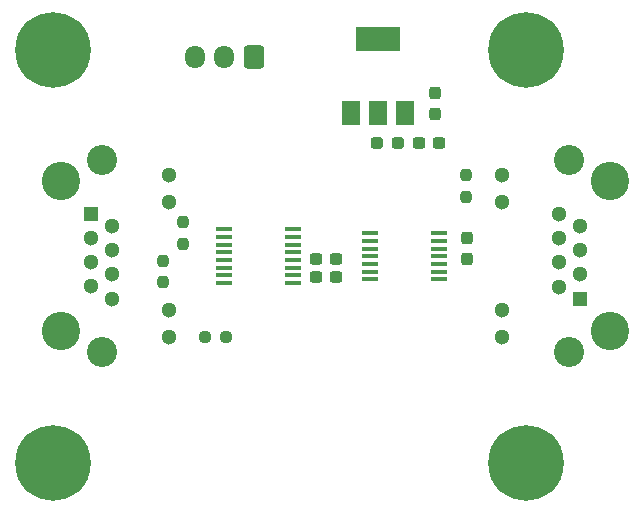
<source format=gbr>
%TF.GenerationSoftware,KiCad,Pcbnew,(6.0.0)*%
%TF.CreationDate,2022-01-23T22:47:39+07:00*%
%TF.ProjectId,NarWhelEncoderV2,4e617257-6865-46c4-956e-636f64657256,rev?*%
%TF.SameCoordinates,Original*%
%TF.FileFunction,Soldermask,Top*%
%TF.FilePolarity,Negative*%
%FSLAX46Y46*%
G04 Gerber Fmt 4.6, Leading zero omitted, Abs format (unit mm)*
G04 Created by KiCad (PCBNEW (6.0.0)) date 2022-01-23 22:47:39*
%MOMM*%
%LPD*%
G01*
G04 APERTURE LIST*
G04 Aperture macros list*
%AMRoundRect*
0 Rectangle with rounded corners*
0 $1 Rounding radius*
0 $2 $3 $4 $5 $6 $7 $8 $9 X,Y pos of 4 corners*
0 Add a 4 corners polygon primitive as box body*
4,1,4,$2,$3,$4,$5,$6,$7,$8,$9,$2,$3,0*
0 Add four circle primitives for the rounded corners*
1,1,$1+$1,$2,$3*
1,1,$1+$1,$4,$5*
1,1,$1+$1,$6,$7*
1,1,$1+$1,$8,$9*
0 Add four rect primitives between the rounded corners*
20,1,$1+$1,$2,$3,$4,$5,0*
20,1,$1+$1,$4,$5,$6,$7,0*
20,1,$1+$1,$6,$7,$8,$9,0*
20,1,$1+$1,$8,$9,$2,$3,0*%
G04 Aperture macros list end*
%ADD10RoundRect,0.237500X0.250000X0.237500X-0.250000X0.237500X-0.250000X-0.237500X0.250000X-0.237500X0*%
%ADD11C,0.800000*%
%ADD12C,6.400000*%
%ADD13RoundRect,0.237500X-0.287500X-0.237500X0.287500X-0.237500X0.287500X0.237500X-0.287500X0.237500X0*%
%ADD14RoundRect,0.237500X-0.300000X-0.237500X0.300000X-0.237500X0.300000X0.237500X-0.300000X0.237500X0*%
%ADD15RoundRect,0.237500X0.237500X-0.250000X0.237500X0.250000X-0.237500X0.250000X-0.237500X-0.250000X0*%
%ADD16R,1.475000X0.450000*%
%ADD17R,1.500000X2.000000*%
%ADD18R,3.800000X2.000000*%
%ADD19RoundRect,0.237500X-0.237500X0.250000X-0.237500X-0.250000X0.237500X-0.250000X0.237500X0.250000X0*%
%ADD20RoundRect,0.237500X0.237500X-0.300000X0.237500X0.300000X-0.237500X0.300000X-0.237500X-0.300000X0*%
%ADD21C,3.250000*%
%ADD22R,1.300000X1.300000*%
%ADD23C,1.300000*%
%ADD24C,2.550000*%
%ADD25RoundRect,0.250000X0.600000X0.725000X-0.600000X0.725000X-0.600000X-0.725000X0.600000X-0.725000X0*%
%ADD26O,1.700000X1.950000*%
G04 APERTURE END LIST*
D10*
%TO.C,R2*%
X154662500Y-124350000D03*
X152837500Y-124350000D03*
%TD*%
D11*
%TO.C,H2*%
X138302944Y-136697056D03*
X141697056Y-136697056D03*
X137600000Y-135000000D03*
X140000000Y-137400000D03*
X138302944Y-133302944D03*
D12*
X140000000Y-135000000D03*
D11*
X142400000Y-135000000D03*
X141697056Y-133302944D03*
X140000000Y-132600000D03*
%TD*%
D13*
%TO.C,FB1*%
X167425000Y-107950000D03*
X169175000Y-107950000D03*
%TD*%
D14*
%TO.C,C4*%
X162237500Y-117700000D03*
X163962500Y-117700000D03*
%TD*%
D15*
%TO.C,R9*%
X151000000Y-116462500D03*
X151000000Y-114637500D03*
%TD*%
D16*
%TO.C,IC1*%
X166812000Y-115550000D03*
X166812000Y-116200000D03*
X166812000Y-116850000D03*
X166812000Y-117500000D03*
X166812000Y-118150000D03*
X166812000Y-118800000D03*
X166812000Y-119450000D03*
X172688000Y-119450000D03*
X172688000Y-118800000D03*
X172688000Y-118150000D03*
X172688000Y-117500000D03*
X172688000Y-116850000D03*
X172688000Y-116200000D03*
X172688000Y-115550000D03*
%TD*%
D11*
%TO.C,H1*%
X178302944Y-136697056D03*
D12*
X180000000Y-135000000D03*
D11*
X181697056Y-136697056D03*
X177600000Y-135000000D03*
X180000000Y-137400000D03*
X181697056Y-133302944D03*
X182400000Y-135000000D03*
X180000000Y-132600000D03*
X178302944Y-133302944D03*
%TD*%
D12*
%TO.C,H3*%
X140000000Y-100000000D03*
D11*
X142400000Y-100000000D03*
X141697056Y-101697056D03*
X140000000Y-97600000D03*
X140000000Y-102400000D03*
X137600000Y-100000000D03*
X138302944Y-101697056D03*
X138302944Y-98302944D03*
X141697056Y-98302944D03*
%TD*%
D17*
%TO.C,IC3*%
X165200000Y-105400000D03*
D18*
X167500000Y-99100000D03*
D17*
X167500000Y-105400000D03*
X169800000Y-105400000D03*
%TD*%
D19*
%TO.C,R1*%
X174950000Y-110637500D03*
X174950000Y-112462500D03*
%TD*%
D11*
%TO.C,H4*%
X178302944Y-101697056D03*
X180000000Y-97600000D03*
X181697056Y-101697056D03*
X177600000Y-100000000D03*
X181697056Y-98302944D03*
X182400000Y-100000000D03*
X180000000Y-102400000D03*
X178302944Y-98302944D03*
D12*
X180000000Y-100000000D03*
%TD*%
D20*
%TO.C,C1*%
X172300000Y-105412500D03*
X172300000Y-103687500D03*
%TD*%
D14*
%TO.C,C5*%
X162237500Y-119250000D03*
X163962500Y-119250000D03*
%TD*%
%TO.C,C3*%
X170975000Y-107950000D03*
X172700000Y-107950000D03*
%TD*%
D19*
%TO.C,R10*%
X149300000Y-117887500D03*
X149300000Y-119712500D03*
%TD*%
D16*
%TO.C,IC2*%
X154462000Y-115225000D03*
X154462000Y-115875000D03*
X154462000Y-116525000D03*
X154462000Y-117175000D03*
X154462000Y-117825000D03*
X154462000Y-118475000D03*
X154462000Y-119125000D03*
X154462000Y-119775000D03*
X160338000Y-119775000D03*
X160338000Y-119125000D03*
X160338000Y-118475000D03*
X160338000Y-117825000D03*
X160338000Y-117175000D03*
X160338000Y-116525000D03*
X160338000Y-115875000D03*
X160338000Y-115225000D03*
%TD*%
D20*
%TO.C,C2*%
X175000000Y-117712500D03*
X175000000Y-115987500D03*
%TD*%
D21*
%TO.C,J3*%
X187140000Y-111160000D03*
X187140000Y-123860000D03*
D22*
X184600000Y-121080000D03*
D23*
X182820000Y-120060000D03*
X184600000Y-119040000D03*
X182820000Y-118020000D03*
X184600000Y-117000000D03*
X182820000Y-115980000D03*
X184600000Y-114960000D03*
X182820000Y-113940000D03*
X178000000Y-124370000D03*
X178000000Y-122080000D03*
X178000000Y-112940000D03*
X178000000Y-110650000D03*
D24*
X183710000Y-125635000D03*
X183710000Y-109385000D03*
%TD*%
D21*
%TO.C,J2*%
X140685000Y-123855000D03*
X140685000Y-111155000D03*
D22*
X143225000Y-113935000D03*
D23*
X145005000Y-114955000D03*
X143225000Y-115975000D03*
X145005000Y-116995000D03*
X143225000Y-118015000D03*
X145005000Y-119035000D03*
X143225000Y-120055000D03*
X145005000Y-121075000D03*
X149825000Y-110645000D03*
X149825000Y-112935000D03*
X149825000Y-122075000D03*
X149825000Y-124365000D03*
D24*
X144115000Y-109380000D03*
X144115000Y-125630000D03*
%TD*%
D25*
%TO.C,J1*%
X157000000Y-100650000D03*
D26*
X154500000Y-100650000D03*
X152000000Y-100650000D03*
%TD*%
M02*

</source>
